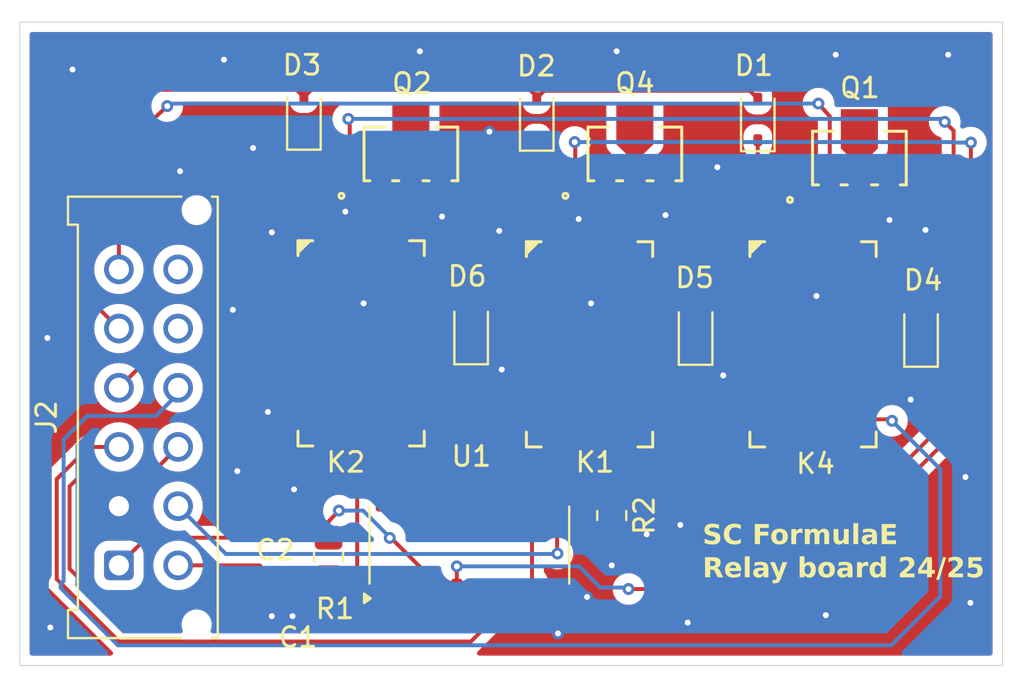
<source format=kicad_pcb>
(kicad_pcb (version 20240108) (generator "pcbnew") (generator_version "8.0")
  (layers (0 "F.Cu" signal) (31 "B.Cu" signal) (34 "B.Paste" user) (35 "F.Paste" user) (36 "B.SilkS" user "B.Silkscreen") (37 "F.SilkS" user "F.Silkscreen") (38 "B.Mask" user) (39 "F.Mask" user) (44 "Edge.Cuts" user))
  (net 0 "")
  (net 1 "BMS Fault")
  (net 2 "+12V")
  (net 3 "IMD Fault")
  (net 4 "Net-(D1-K)")
  (net 5 "Reset")
  (net 6 "Net-(D2-K)")
  (net 7 "Net-(D3-K)")
  (net 8 "GND")
  (net 9 "SDC 2")
  (net 10 "SDC 1")
  (net 11 "BSPD Fault")
  (net 12 "IMD_indicator")
  (net 13 "BMS_indicator")
  (net 14 "Net-(K1-Pad6)")
  (net 15 "Net-(K1-Pad5)")
  (net 16 "/Drain_IMD")
  (net 17 "/Drain_BMS")
  (net 18 "/Drain_BSPD")
  (net 21 "/BMS_relay_drive")
  (net 22 "/IMD_relay_drive")
  (footprint "VN3205N8-G:TO-243AA_MCH" (layer "F.Cu") (at 143.1465 87.7012)
    (property "Reference" "Q2" (at 0.0535 -3.5762 0) (layer "F.SilkS"))
    (property "Value" "VN3205N3-G")
    (fp_poly (pts (xy -0.24 1.2319) (xy -0.24 0.1905) (xy -0.9404 -0.4845) (xy -0.9404 -2.4765) (xy -0.4829 -2.4765) (xy 0.4829 -2.4765) (xy 0.9404 -2.4765) (xy 0.9404 -0.4845) (xy 0.24 0.1905) (xy 0.24 1.2319)) (fill solid) (layer "F.Cu"))
    (fp_line (start -2.3749 -1.3589) (end -2.3749 1.3589) (stroke (width 0.1524)) (layer "F.SilkS"))
    (fp_line (start -2.3749 1.3589) (end -2.07274 1.3589) (stroke (width 0.1524)) (layer "F.SilkS"))
    (fp_line (start -1.27314 -1.3589) (end -2.3749 -1.3589) (stroke (width 0.1524)) (layer "F.SilkS"))
    (fp_line (start -0.92726 1.3589) (end -0.61274 1.3589) (stroke (width 0.1524)) (layer "F.SilkS"))
    (fp_line (start 0.61274 1.3589) (end 0.927259 1.3589) (stroke (width 0.1524)) (layer "F.SilkS"))
    (fp_line (start 2.07274 1.3589) (end 2.3749 1.3589) (stroke (width 0.1524)) (layer "F.SilkS"))
    (fp_line (start 2.3749 -1.3589) (end 1.27314 -1.3589) (stroke (width 0.1524)) (layer "F.SilkS"))
    (fp_line (start 2.3749 1.3589) (end 2.3749 -1.3589) (stroke (width 0.1524)) (layer "F.SilkS"))
    (fp_circle (center -3.5179 2.1209) (end -3.3909 2.1209) (stroke (width 0.1524)) (fill none) (layer "F.SilkS"))
    (pad "1" smd rect (at -1.5 1.6225) (size 0.48 1.4032) (layers "F.Cu" "F.Paste" "F.Mask") (net 21 "/BMS_relay_drive"))
    (pad "2" smd rect (at 0 1.622501) (size 0.56 1.9) (layers "F.Cu" "F.Paste" "F.Mask") (net 17 "/Drain_BMS"))
    (pad "3" smd rect (at 1.5 1.622501) (size 0.48 1.4032) (layers "F.Cu" "F.Paste" "F.Mask") (net 8 "GND"))
  )
  (footprint "Diode_SMD:D_SOD-323" (layer "F.Cu") (at 146.2 96.75 90)
    (property "Reference" "D6" (at 2.85 -0.2 0) (layer "F.SilkS"))
    (property "Value" "1N4148WX-TP")
    (fp_line (start -1.61 -0.85) (end 1.05 -0.85) (stroke (width 0.12)) (layer "F.SilkS"))
    (fp_line (start -1.61 -0.85) (end -1.61 0.85) (stroke (width 0.12)) (layer "F.SilkS"))
    (fp_line (start -1.61 0.85) (end 1.05 0.85) (stroke (width 0.12)) (layer "F.SilkS"))
    (pad "1" smd roundrect (at -1.05 0 90) (size 0.6 0.45) (layers "F.Cu" "F.Paste" "F.Mask") (net 7 "Net-(D3-K)"))
    (pad "2" smd roundrect (at 1.05 0 90) (size 0.6 0.45) (layers "F.Cu" "F.Paste" "F.Mask") (net 17 "/Drain_BMS"))
  )
  (footprint "Diode_SMD:D_SOD-323" (layer "F.Cu") (at 149.525 85.925 90)
    (property "Reference" "D2" (at 2.675 -0.025 0) (layer "F.SilkS"))
    (property "Value" "1N4148WX-TP")
    (fp_line (start -1.61 -0.85) (end 1.05 -0.85) (stroke (width 0.12)) (layer "F.SilkS"))
    (fp_line (start -1.61 -0.85) (end -1.61 0.85) (stroke (width 0.12)) (layer "F.SilkS"))
    (fp_line (start -1.61 0.85) (end 1.05 0.85) (stroke (width 0.12)) (layer "F.SilkS"))
    (pad "1" smd roundrect (at -1.05 0 90) (size 0.6 0.45) (layers "F.Cu" "F.Paste" "F.Mask") (net 6 "Net-(D2-K)"))
    (pad "2" smd roundrect (at 1.05 0 90) (size 0.6 0.45) (layers "F.Cu" "F.Paste" "F.Mask") (net 5 "Reset"))
  )
  (footprint "Relay_SMD:Relay_DPDT_AXICOM_IMSeries_JLeg" (layer "F.Cu") (at 140.625 97.3)
    (property "Reference" "K2" (at -0.775 6.025 0) (layer "F.SilkS"))
    (property "Value" "1462043-4")
    (fp_line (start -3.2 -5.2) (end -3.2 -4.45) (stroke (width 0.15)) (layer "F.SilkS"))
    (fp_line (start -3.2 4.45) (end -3.2 5.2) (stroke (width 0.15)) (layer "F.SilkS"))
    (fp_line (start -3.2 5.2) (end -2.45 5.2) (stroke (width 0.15)) (layer "F.SilkS"))
    (fp_line (start -3.05 -5.2) (end -3.2 -5.05) (stroke (width 0.15)) (layer "F.SilkS"))
    (fp_line (start -2.9 -5.2) (end -3.2 -4.9) (stroke (width 0.15)) (layer "F.SilkS"))
    (fp_line (start -2.75 -5.2) (end -3.2 -4.75) (stroke (width 0.15)) (layer "F.SilkS"))
    (fp_line (start -2.6 -5.2) (end -3.2 -4.6) (stroke (width 0.15)) (layer "F.SilkS"))
    (fp_line (start -2.45 -5.2) (end -3.2 -5.2) (stroke (width 0.15)) (layer "F.SilkS"))
    (fp_line (start 2.45 -5.2) (end 3.2 -5.2) (stroke (width 0.15)) (layer "F.SilkS"))
    (fp_line (start 2.45 5.2) (end 3.2 5.2) (stroke (width 0.15)) (layer "F.SilkS"))
    (fp_line (start 3.2 -5.2) (end 3.2 -4.45) (stroke (width 0.15)) (layer "F.SilkS"))
    (fp_line (start 3.2 4.45) (end 3.2 5.2) (stroke (width 0.15)) (layer "F.SilkS"))
    (pad "1" smd rect (at -2.2 -3.8) (size 2 0.7) (layers "F.Cu" "F.Paste" "F.Mask") (net 7 "Net-(D3-K)"))
    (pad "2" smd rect (at -2.2 -0.6) (size 2 0.7) (layers "F.Cu" "F.Paste" "F.Mask"))
    (pad "3" smd rect (at -2.2 1.6) (size 2 0.7) (layers "F.Cu" "F.Paste" "F.Mask") (net 7 "Net-(D3-K)"))
    (pad "4" smd rect (at -2.2 3.8) (size 2 0.7) (layers "F.Cu" "F.Paste" "F.Mask") (net 2 "+12V"))
    (pad "5" smd rect (at 2.2 3.8) (size 2 0.7) (layers "F.Cu" "F.Paste" "F.Mask") (net 14 "Net-(K1-Pad6)"))
    (pad "6" smd rect (at 2.2 1.6) (size 2 0.7) (layers "F.Cu" "F.Paste" "F.Mask") (net 9 "SDC 2"))
    (pad "7" smd rect (at 2.2 -0.6) (size 2 0.7) (layers "F.Cu" "F.Paste" "F.Mask"))
    (pad "8" smd rect (at 2.2 -3.8) (size 2 0.7) (layers "F.Cu" "F.Paste" "F.Mask") (net 17 "/Drain_BMS"))
  )
  (footprint "VN3205N8-G:TO-243AA_MCH" (layer "F.Cu") (at 165.875 87.9091)
    (property "Reference" "Q1" (at 0.025 -3.5591 0) (layer "F.SilkS"))
    (property "Value" "VN3205N3-G")
    (fp_poly (pts (xy -0.24 1.2319) (xy -0.24 0.1905) (xy -0.9404 -0.4845) (xy -0.9404 -2.4765) (xy -0.4829 -2.4765) (xy 0.4829 -2.4765) (xy 0.9404 -2.4765) (xy 0.9404 -0.4845) (xy 0.24 0.1905) (xy 0.24 1.2319)) (fill solid) (layer "F.Cu"))
    (fp_line (start -2.3749 -1.3589) (end -2.3749 1.3589) (stroke (width 0.1524)) (layer "F.SilkS"))
    (fp_line (start -2.3749 1.3589) (end -2.07274 1.3589) (stroke (width 0.1524)) (layer "F.SilkS"))
    (fp_line (start -1.27314 -1.3589) (end -2.3749 -1.3589) (stroke (width 0.1524)) (layer "F.SilkS"))
    (fp_line (start -0.92726 1.3589) (end -0.61274 1.3589) (stroke (width 0.1524)) (layer "F.SilkS"))
    (fp_line (start 0.61274 1.3589) (end 0.927259 1.3589) (stroke (width 0.1524)) (layer "F.SilkS"))
    (fp_line (start 2.07274 1.3589) (end 2.3749 1.3589) (stroke (width 0.1524)) (layer "F.SilkS"))
    (fp_line (start 2.3749 -1.3589) (end 1.27314 -1.3589) (stroke (width 0.1524)) (layer "F.SilkS"))
    (fp_line (start 2.3749 1.3589) (end 2.3749 -1.3589) (stroke (width 0.1524)) (layer "F.SilkS"))
    (fp_circle (center -3.5179 2.1209) (end -3.3909 2.1209) (stroke (width 0.1524)) (fill none) (layer "F.SilkS"))
    (pad "1" smd rect (at -1.5 1.6225) (size 0.48 1.4032) (layers "F.Cu" "F.Paste" "F.Mask") (net 11 "BSPD Fault"))
    (pad "2" smd rect (at 0 1.622501) (size 0.56 1.9) (layers "F.Cu" "F.Paste" "F.Mask") (net 18 "/Drain_BSPD"))
    (pad "3" smd rect (at 1.5 1.622501) (size 0.48 1.4032) (layers "F.Cu" "F.Paste" "F.Mask") (net 8 "GND"))
  )
  (footprint "Diode_SMD:D_SOD-323" (layer "F.Cu") (at 160.725 85.95 90)
    (property "Reference" "D1" (at 2.725 -0.2 0) (layer "F.SilkS"))
    (property "Value" "1N4148WX-TP")
    (fp_line (start -1.61 -0.85) (end 1.05 -0.85) (stroke (width 0.12)) (layer "F.SilkS"))
    (fp_line (start -1.61 -0.85) (end -1.61 0.85) (stroke (width 0.12)) (layer "F.SilkS"))
    (fp_line (start -1.61 0.85) (end 1.05 0.85) (stroke (width 0.12)) (layer "F.SilkS"))
    (pad "1" smd roundrect (at -1.05 0 90) (size 0.6 0.45) (layers "F.Cu" "F.Paste" "F.Mask") (net 4 "Net-(D1-K)"))
    (pad "2" smd roundrect (at 1.05 0 90) (size 0.6 0.45) (layers "F.Cu" "F.Paste" "F.Mask") (net 5 "Reset"))
  )
  (footprint "VN3205N8-G:TO-243AA_MCH" (layer "F.Cu") (at 154.4965 87.7012)
    (property "Reference" "Q4" (at 0 -3.5762 0) (layer "F.SilkS"))
    (property "Value" "VN3205N3-G")
    (fp_poly (pts (xy -0.24 1.2319) (xy -0.24 0.1905) (xy -0.9404 -0.4845) (xy -0.9404 -2.4765) (xy -0.4829 -2.4765) (xy 0.4829 -2.4765) (xy 0.9404 -2.4765) (xy 0.9404 -0.4845) (xy 0.24 0.1905) (xy 0.24 1.2319)) (fill solid) (layer "F.Cu"))
    (fp_line (start -2.3749 -1.3589) (end -2.3749 1.3589) (stroke (width 0.1524)) (layer "F.SilkS"))
    (fp_line (start -2.3749 1.3589) (end -2.07274 1.3589) (stroke (width 0.1524)) (layer "F.SilkS"))
    (fp_line (start -1.27314 -1.3589) (end -2.3749 -1.3589) (stroke (width 0.1524)) (layer "F.SilkS"))
    (fp_line (start -0.92726 1.3589) (end -0.61274 1.3589) (stroke (width 0.1524)) (layer "F.SilkS"))
    (fp_line (start 0.61274 1.3589) (end 0.927259 1.3589) (stroke (width 0.1524)) (layer "F.SilkS"))
    (fp_line (start 2.07274 1.3589) (end 2.3749 1.3589) (stroke (width 0.1524)) (layer "F.SilkS"))
    (fp_line (start 2.3749 -1.3589) (end 1.27314 -1.3589) (stroke (width 0.1524)) (layer "F.SilkS"))
    (fp_line (start 2.3749 1.3589) (end 2.3749 -1.3589) (stroke (width 0.1524)) (layer "F.SilkS"))
    (fp_circle (center -3.5179 2.1209) (end -3.3909 2.1209) (stroke (width 0.1524)) (fill none) (layer "F.SilkS"))
    (pad "1" smd rect (at -1.5 1.6225) (size 0.48 1.4032) (layers "F.Cu" "F.Paste" "F.Mask") (net 22 "/IMD_relay_drive"))
    (pad "2" smd rect (at 0 1.622501) (size 0.56 1.9) (layers "F.Cu" "F.Paste" "F.Mask") (net 16 "/Drain_IMD"))
    (pad "3" smd rect (at 1.5 1.622501) (size 0.48 1.4032) (layers "F.Cu" "F.Paste" "F.Mask") (net 8 "GND"))
  )
  (footprint "Resistor_SMD:R_0805_2012Metric_Pad1.20x1.40mm_HandSolder" (layer "F.Cu") (at 153.325 106.025 -90)
    (property "Reference" "R2" (at 0 -1.65 90) (layer "F.SilkS"))
    (property "Value" "10k")
    (fp_line (start -0.227064 0.735) (end 0.227064 0.735) (stroke (width 0.12)) (layer "F.SilkS"))
    (fp_line (start -0.227064 -0.735) (end 0.227064 -0.735) (stroke (width 0.12)) (layer "F.SilkS"))
    (pad "1" smd roundrect (at -1 0 270) (size 1.2 1.4) (layers "F.Cu" "F.Paste" "F.Mask") (roundrect_rratio 0.208333) (net 1 "BMS Fault"))
    (pad "2" smd roundrect (at 1 0 270) (size 1.2 1.4) (layers "F.Cu" "F.Paste" "F.Mask") (roundrect_rratio 0.208333) (net 8 "GND"))
  )
  (footprint "Relay_SMD:Relay_DPDT_AXICOM_IMSeries_JLeg" (layer "F.Cu") (at 163.525 97.35)
    (property "Reference" "K4" (at 0.125 6.05 0) (layer "F.SilkS"))
    (property "Value" "1462043-4")
    (fp_line (start -3.2 -5.2) (end -3.2 -4.45) (stroke (width 0.15)) (layer "F.SilkS"))
    (fp_line (start -3.2 4.45) (end -3.2 5.2) (stroke (width 0.15)) (layer "F.SilkS"))
    (fp_line (start -3.2 5.2) (end -2.45 5.2) (stroke (width 0.15)) (layer "F.SilkS"))
    (fp_line (start -3.05 -5.2) (end -3.2 -5.05) (stroke (width 0.15)) (layer "F.SilkS"))
    (fp_line (start -2.9 -5.2) (end -3.2 -4.9) (stroke (width 0.15)) (layer "F.SilkS"))
    (fp_line (start -2.75 -5.2) (end -3.2 -4.75) (stroke (width 0.15)) (layer "F.SilkS"))
    (fp_line (start -2.6 -5.2) (end -3.2 -4.6) (stroke (width 0.15)) (layer "F.SilkS"))
    (fp_line (start -2.45 -5.2) (end -3.2 -5.2) (stroke (width 0.15)) (layer "F.SilkS"))
    (fp_line (start 2.45 -5.2) (end 3.2 -5.2) (stroke (width 0.15)) (layer "F.SilkS"))
    (fp_line (start 2.45 5.2) (end 3.2 5.2) (stroke (width 0.15)) (layer "F.SilkS"))
    (fp_line (start 3.2 -5.2) (end 3.2 -4.45) (stroke (width 0.15)) (layer "F.SilkS"))
    (fp_line (start 3.2 4.45) (end 3.2 5.2) (stroke (width 0.15)) (layer "F.SilkS"))
    (pad "1" smd rect (at -2.2 -3.8) (size 2 0.7) (layers "F.Cu" "F.Paste" "F.Mask") (net 4 "Net-(D1-K)"))
    (pad "2" smd rect (at -2.2 -0.6) (size 2 0.7) (layers "F.Cu" "F.Paste" "F.Mask"))
    (pad "3" smd rect (at -2.2 1.6) (size 2 0.7) (layers "F.Cu" "F.Paste" "F.Mask") (net 4 "Net-(D1-K)"))
    (pad "4" smd rect (at -2.2 3.8) (size 2 0.7) (layers "F.Cu" "F.Paste" "F.Mask") (net 2 "+12V"))
    (pad "5" smd rect (at 2.2 3.8) (size 2 0.7) (layers "F.Cu" "F.Paste" "F.Mask") (net 10 "SDC 1"))
    (pad "6" smd rect (at 2.2 1.6) (size 2 0.7) (layers "F.Cu" "F.Paste" "F.Mask") (net 15 "Net-(K1-Pad5)"))
    (pad "7" smd rect (at 2.2 -0.6) (size 2 0.7) (layers "F.Cu" "F.Paste" "F.Mask"))
    (pad "8" smd rect (at 2.2 -3.8) (size 2 0.7) (layers "F.Cu" "F.Paste" "F.Mask") (net 18 "/Drain_BSPD"))
  )
  (footprint "Package_SO:SO-16_3.9x9.9mm_P1.27mm" (layer "F.Cu") (at 146.11 107.525 90)
    (property "Reference" "U1" (at 4.5 0.1 0) (layer "F.SilkS"))
    (property "Value" "HEF4049B")
    (fp_line (start 0 -5.06) (end 1.95 -5.06) (stroke (width 0.12)) (layer "F.SilkS"))
    (fp_line (start 0 -5.06) (end -1.95 -5.06) (stroke (width 0.12)) (layer "F.SilkS"))
    (fp_line (start 0 5.06) (end 1.95 5.06) (stroke (width 0.12)) (layer "F.SilkS"))
    (fp_line (start 0 5.06) (end -1.95 5.06) (stroke (width 0.12)) (layer "F.SilkS"))
    (fp_poly (pts (xy -2.7 -5.005) (xy -2.94 -5.335) (xy -2.46 -5.335) (xy -2.7 -5.005)) (stroke (width 0.12)) (fill solid) (layer "F.SilkS"))
    (pad "1" smd roundrect (at -2.575 -4.445 90) (size 1.75 0.6) (layers "F.Cu" "F.Paste" "F.Mask") (net 2 "+12V"))
    (pad "2" smd roundrect (at -2.575 -3.175 90) (size 1.75 0.6) (layers "F.Cu" "F.Paste" "F.Mask") (net 12 "IMD_indicator"))
    (pad "3" smd roundrect (at -2.575 -1.905 90) (size 1.75 0.6) (layers "F.Cu" "F.Paste" "F.Mask") (net 3 "IMD Fault"))
    (pad "4" smd roundrect (at -2.575 -0.635 90) (size 1.75 0.6) (layers "F.Cu" "F.Paste" "F.Mask") (net 22 "/IMD_relay_drive"))
    (pad "5" smd roundrect (at -2.575 0.635 90) (size 1.75 0.6) (layers "F.Cu" "F.Paste" "F.Mask") (net 12 "IMD_indicator"))
    (pad "6" smd roundrect (at -2.575 1.905 90) (size 1.75 0.6) (layers "F.Cu" "F.Paste" "F.Mask") (net 13 "BMS_indicator"))
    (pad "7" smd roundrect (at -2.575 3.175 90) (size 1.75 0.6) (layers "F.Cu" "F.Paste" "F.Mask") (net 21 "/BMS_relay_drive"))
    (pad "8" smd roundrect (at -2.575 4.445 90) (size 1.75 0.6) (layers "F.Cu" "F.Paste" "F.Mask") (net 8 "GND"))
    (pad "9" smd roundrect (at 2.575 4.445 90) (size 1.75 0.6) (layers "F.Cu" "F.Paste" "F.Mask") (net 1 "BMS Fault"))
    (pad "10" smd roundrect (at 2.575 3.175 90) (size 1.75 0.6) (layers "F.Cu" "F.Paste" "F.Mask") (net 21 "/BMS_relay_drive"))
    (pad "11" smd roundrect (at 2.575 1.905 90) (size 1.75 0.6) (layers "F.Cu" "F.Paste" "F.Mask"))
    (pad "12" smd roundrect (at 2.575 0.635 90) (size 1.75 0.6) (layers "F.Cu" "F.Paste" "F.Mask"))
    (pad "13" smd roundrect (at 2.575 -0.635 90) (size 1.75 0.6) (layers "F.Cu" "F.Paste" "F.Mask"))
    (pad "14" smd roundrect (at 2.575 -1.905 90) (size 1.75 0.6) (layers "F.Cu" "F.Paste" "F.Mask"))
    (pad "15" smd roundrect (at 2.575 -3.175 90) (size 1.75 0.6) (layers "F.Cu" "F.Paste" "F.Mask"))
    (pad "16" smd roundrect (at 2.575 -4.445 90) (size 1.75 0.6) (layers "F.Cu" "F.Paste" "F.Mask"))
  )
  (footprint "Diode_SMD:D_SOD-323" (layer "F.Cu") (at 137.725 85.875 90)
    (property "Reference" "D3" (at 2.675 -0.1 0) (layer "F.SilkS"))
    (property "Value" "1N4148WX-TP")
    (fp_line (start -1.61 -0.85) (end 1.05 -0.85) (stroke (width 0.12)) (layer "F.SilkS"))
    (fp_line (start -1.61 -0.85) (end -1.61 0.85) (stroke (width 0.12)) (layer "F.SilkS"))
    (fp_line (start -1.61 0.85) (end 1.05 0.85) (stroke (width 0.12)) (layer "F.SilkS"))
    (pad "1" smd roundrect (at -1.05 0 90) (size 0.6 0.45) (layers "F.Cu" "F.Paste" "F.Mask") (net 7 "Net-(D3-K)"))
    (pad "2" smd roundrect (at 1.05 0 90) (size 0.6 0.45) (layers "F.Cu" "F.Paste" "F.Mask") (net 5 "Reset"))
  )
  (footprint "Diode_SMD:D_SOD-323" (layer "F.Cu") (at 169 96.875 90)
    (property "Reference" "D4" (at 2.775 0.1 0) (layer "F.SilkS"))
    (property "Value" "1N4148WX-TP")
    (fp_line (start -1.61 -0.85) (end 1.05 -0.85) (stroke (width 0.12)) (layer "F.SilkS"))
    (fp_line (start -1.61 -0.85) (end -1.61 0.85) (stroke (width 0.12)) (layer "F.SilkS"))
    (fp_line (start -1.61 0.85) (end 1.05 0.85) (stroke (width 0.12)) (layer "F.SilkS"))
    (pad "1" smd roundrect (at -1.05 0 90) (size 0.6 0.45) (layers "F.Cu" "F.Paste" "F.Mask") (net 4 "Net-(D1-K)"))
    (pad "2" smd roundrect (at 1.05 0 90) (size 0.6 0.45) (layers "F.Cu" "F.Paste" "F.Mask") (net 18 "/Drain_BSPD"))
  )
  (footprint "Capacitor_SMD:C_0201_0603Metric_Pad0.64x0.40mm_HandSolder" (layer "F.Cu") (at 136.125 109.6 -90)
    (property "Reference" "C2" (at -1.825 -0.15 180) (layer "F.SilkS"))
    (property "Value" ".1uF")
    (pad "1" smd roundrect (at -0.4075 0 270) (size 0.635 0.4) (layers "F.Cu" "F.Mask") (net 2 "+12V"))
    (pad "2" smd roundrect (at 0.4075 0 270) (size 0.635 0.4) (layers "F.Cu" "F.Mask") (net 8 "GND"))
  )
  (footprint "Connector_Molex:Molex_Micro-Fit_3.0_43045-1212_2x06_P3.00mm_Vertical" (layer "F.Cu") (at 128.35 108.55 90)
    (property "Reference" "J2" (at 7.5 -3.67 -90) (layer "F.SilkS"))
    (property "Value" "043045-1212")
    (fp_line (start 18.685 -2.58) (end 18.685 3.17) (stroke (width 0.12)) (layer "F.SilkS"))
    (fp_line (start 17.265 -2.58) (end 18.685 -2.58) (stroke (width 0.12)) (layer "F.SilkS"))
    (fp_line (start -2.265 -2.58) (end -2.265 -2.08) (stroke (width 0.12)) (layer "F.SilkS"))
    (fp_line (start -3.685 -2.58) (end -2.265 -2.58) (stroke (width 0.12)) (layer "F.SilkS"))
    (fp_line (start 17.265 -2.08) (end 17.265 -2.58) (stroke (width 0.12)) (layer "F.SilkS"))
    (fp_line (start -2.265 -2.08) (end 17.265 -2.08) (stroke (width 0.12)) (layer "F.SilkS"))
    (fp_line (start -3.685 3.17) (end -3.685 -2.58) (stroke (width 0.12)) (layer "F.SilkS"))
    (fp_line (start -3.685 4.71) (end -3.685 5.01) (stroke (width 0.12)) (layer "F.SilkS"))
    (fp_line (start 18.685 5.01) (end 18.685 4.71) (stroke (width 0.12)) (layer "F.SilkS"))
    (fp_line (start -3.685 5.01) (end 18.685 5.01) (stroke (width 0.12)) (layer "F.SilkS"))
    (pad "" np_thru_hole circle (at -3 3.94 90) (size 1.02 1.02) (drill 1.02) (layers "*.Cu" "*.Mask"))
    (pad "" np_thru_hole circle (at 18 3.94 90) (size 1.02 1.02) (drill 1.02) (layers "*.Cu" "*.Mask"))
    (pad "1" thru_hole roundrect (at 0 0 90) (size 1.5 1.5) (drill 1.02) (layers "*.Cu" "*.Mask") (roundrect_rratio 0.166667) (net 3 "IMD Fault"))
    (pad "2" thru_hole circle (at 3 0 90) (size 1.5 1.5) (drill 1.02) (layers "*.Cu" "*.Mask") (net 8 "GND"))
    (pad "3" thru_hole circle (at 6 0 90) (size 1.5 1.5) (drill 1.02) (layers "*.Cu" "*.Mask") (net 13 "BMS_indicator"))
    (pad "4" thru_hole circle (at 9 0 90) (size 1.5 1.5) (drill 1.02) (layers "*.Cu" "*.Mask") (net 9 "SDC 2"))
    (pad "5" thru_hole circle (at 12 0 90) (size 1.5 1.5) (drill 1.02) (layers "*.Cu" "*.Mask") (net 5 "Reset"))
    (pad "6" thru_hole circle (at 15 0 90) (size 1.5 1.5) (drill 1.02) (layers "*.Cu" "*.Mask") (net 11 "BSPD Fault"))
    (pad "7" thru_hole circle (at 0 3 90) (size 1.5 1.5) (drill 1.02) (layers "*.Cu" "*.Mask") (net 2 "+12V"))
    (pad "8" thru_hole circle (at 3 3 90) (size 1.5 1.5) (drill 1.02) (layers "*.Cu" "*.Mask") (net 1 "BMS Fault"))
    (pad "9" thru_hole circle (at 6 3 90) (size 1.5 1.5) (drill 1.02) (layers "*.Cu" "*.Mask") (net 12 "IMD_indicator"))
    (pad "10" thru_hole circle (at 9 3 90) (size 1.5 1.5) (drill 1.02) (layers "*.Cu" "*.Mask") (net 10 "SDC 1"))
    (pad "11" thru_hole circle (at 12 3 90) (size 1.5 1.5) (drill 1.02) (layers "*.Cu" "*.Mask"))
    (pad "12" thru_hole circle (at 15 3 90) (size 1.5 1.5) (drill 1.02) (layers "*.Cu" "*.Mask"))
  )
  (footprint "Diode_SMD:D_SOD-323" (layer "F.Cu") (at 157.575 96.775 90)
    (property "Reference" "D5" (at 2.8 -0.05 0) (layer "F.SilkS"))
    (property "Value" "1N4148WX-TP")
    (fp_line (start -1.61 -0.85) (end 1.05 -0.85) (stroke (width 0.12)) (layer "F.SilkS"))
    (fp_line (start -1.61 -0.85) (end -1.61 0.85) (stroke (width 0.12)) (layer "F.SilkS"))
    (fp_line (start -1.61 0.85) (end 1.05 0.85) (stroke (width 0.12)) (layer "F.SilkS"))
    (pad "1" smd roundrect (at -1.05 0 90) (size 0.6 0.45) (layers "F.Cu" "F.Paste" "F.Mask") (net 6 "Net-(D2-K)"))
    (pad "2" smd roundrect (at 1.05 0 90) (size 0.6 0.45) (layers "F.Cu" "F.Paste" "F.Mask") (net 16 "/Drain_IMD"))
  )
  (footprint "Capacitor_SMD:C_0201_0603Metric_Pad0.64x0.40mm_HandSolder" (layer "F.Cu") (at 137.075 109.6075 -90)
    (property "Reference" "C1" (at 2.5925 -0.35 180) (layer "F.SilkS"))
    (property "Value" "1uF")
    (pad "1" smd roundrect (at -0.4075 0 270) (size 0.635 0.4) (layers "F.Cu" "F.Mask") (net 2 "+12V"))
    (pad "2" smd roundrect (at 0.4075 0 270) (size 0.635 0.4) (layers "F.Cu" "F.Mask") (net 8 "GND"))
  )
  (footprint "Relay_SMD:Relay_DPDT_AXICOM_IMSeries_JLeg" (layer "F.Cu") (at 152.2 97.35)
    (property "Reference" "K1" (at 0.275 5.975 0) (layer "F.SilkS"))
    (property "Value" "1462043-4")
    (fp_line (start -3.2 -5.2) (end -3.2 -4.45) (stroke (width 0.15)) (layer "F.SilkS"))
    (fp_line (start -3.2 4.45) (end -3.2 5.2) (stroke (width 0.15)) (layer "F.SilkS"))
    (fp_line (start -3.2 5.2) (end -2.45 5.2) (stroke (width 0.15)) (layer "F.SilkS"))
    (fp_line (start -3.05 -5.2) (end -3.2 -5.05) (stroke (width 0.15)) (layer "F.SilkS"))
    (fp_line (start -2.9 -5.2) (end -3.2 -4.9) (stroke (width 0.15)) (layer "F.SilkS"))
    (fp_line (start -2.75 -5.2) (end -3.2 -4.75) (stroke (width 0.15)) (layer "F.SilkS"))
    (fp_line (start -2.6 -5.2) (end -3.2 -4.6) (stroke (width 0.15)) (layer "F.SilkS"))
    (fp_line (start -2.45 -5.2) (end -3.2 -5.2) (stroke (width 0.15)) (layer "F.SilkS"))
    (fp_line (start 2.45 -5.2) (end 3.2 -5.2) (stroke (width 0.15)) (layer "F.SilkS"))
    (fp_line (start 2.45 5.2) (end 3.2 5.2) (stroke (width 0.15)) (layer "F.SilkS"))
    (fp_line (start 3.2 -5.2) (end 3.2 -4.45) (stroke (width 0.15)) (layer "F.SilkS"))
    (fp_line (start 3.2 4.45) (end 3.2 5.2) (stroke (width 0.15)) (layer "F.SilkS"))
    (pad "1" smd rect (at -2.2 -3.8) (size 2 0.7) (layers "F.Cu" "F.Paste" "F.Mask") (net 6 "Net-(D2-K)"))
    (pad "2" smd rect (at -2.2 -0.6) (size 2 0.7) (layers "F.Cu" "F.Paste" "F.Mask"))
    (pad "3" smd rect (at -2.2 1.6) (size 2 0.7) (layers "F.Cu" "F.Paste" "F.Mask") (net 6 "Net-(D2-K)"))
    (pad "4" smd rect (at -2.2 3.8) (size 2 0.7) (layers "F.Cu" "F.Paste" "F.Mask") (net 2 "+12V"))
    (pad "5" smd rect (at 2.2 3.8) (size 2 0.7) (layers "F.Cu" "F.Paste" "F.Mask") (net 15 "Net-(K1-Pad5)"))
    (pad "6" smd rect (at 2.2 1.6) (size 2 0.7) (layers "F.Cu" "F.Paste" "F.Mask") (net 14 "Net-(K1-Pad6)"))
    (pad "7" smd rect (at 2.2 -0.6) (size 2 0.7) (layers "F.Cu" "F.Paste" "F.Mask"))
    (pad "8" smd rect (at 2.2 -3.8) (size 2 0.7) (layers "F.Cu" "F.Paste" "F.Mask") (net 16 "/Drain_IMD"))
  )
  (footprint "Resistor_SMD:R_0805_2012Metric_Pad1.20x1.40mm_HandSolder" (layer "F.Cu") (at 138.975 108.15 -90)
    (property "Reference" "R1" (at 2.6 -0.325 180) (layer "F.SilkS"))
    (property "Value" "10k")
    (fp_line (start -0.227064 0.735) (end 0.227064 0.735) (stroke (width 0.12)) (layer "F.SilkS"))
    (fp_line (start -0.227064 -0.735) (end 0.227064 -0.735) (stroke (width 0.12)) (layer "F.SilkS"))
    (pad "1" smd roundrect (at -1 0 270) (size 1.2 1.4) (layers "F.Cu" "F.Paste" "F.Mask") (roundrect_rratio 0.208333) (net 3 "IMD Fault"))
    (pad "2" smd roundrect (at 1 0 270) (size 1.2 1.4) (layers "F.Cu" "F.Paste" "F.Mask") (roundrect_rratio 0.208333) (net 2 "+12V"))
  )
  (gr_rect (start 123.325 81.025) (end 173.125 113.625) (stroke (width 0.05)) (fill none) (layer "Edge.Cuts"))
  (gr_text "SC FormulaE\nRelay board 24/25" (at 157.925 109.325 0) (layer "F.SilkS") (effects (font (size 1 1) (thickness 0.2) (bold yes)) (justify left bottom)))
  (segment (start 150.755 105.15) (end 150.555 104.95) (width 0.2) (layer "F.Cu") (net 1))
  (segment (start 153.325 105.025) (end 151.2775 105.025) (width 0.2) (layer "F.Cu") (net 1))
  (segment (start 150.555 104.95) (end 150.555 107.93) (width 0.2) (layer "F.Cu") (net 1))
  (segment (start 150.555 107.93) (end 150.575 107.95) (width 0.2) (layer "F.Cu") (net 1))
  (segment (start 151.2775 105.025) (end 151.2025 104.95) (width 0.2) (layer "F.Cu") (net 1))
  (segment (start 151.2025 104.95) (end 150.555 104.95) (width 0.2) (layer "F.Cu") (net 1))
  (via (at 150.575 107.95) (size 0.6) (drill 0.3) (layers "F.Cu" "B.Cu") (net 1))
  (segment (start 131.35 105.55) (end 133.775 107.975) (width 0.2) (layer "B.Cu") (net 1))
  (segment (start 150.525 107.975) (end 150.5 107.975) (width 0.2) (layer "B.Cu") (net 1))
  (segment (start 150.575 107.95) (end 150.525 107.975) (width 0.2) (layer "B.Cu") (net 1))
  (segment (start 150.475 107.975) (end 150.575 107.95) (width 0.2) (layer "B.Cu") (net 1))
  (segment (start 133.775 107.975) (end 150.475 107.975) (width 0.2) (layer "B.Cu") (net 1))
  (segment (start 149.95 101.15) (end 148 103.1) (width 0.2) (layer "F.Cu") (net 2))
  (segment (start 161.325 101.15) (end 159.275 103.2) (width 0.2) (layer "F.Cu") (net 2))
  (segment (start 136.1325 109.2) (end 136.125 109.1925) (width 0.2) (layer "F.Cu") (net 2))
  (segment (start 140.425 109.15) (end 140.715 109.15) (width 0.2) (layer "F.Cu") (net 2))
  (segment (start 138.975 109.15) (end 140.425 109.15) (width 0.2) (layer "F.Cu") (net 2))
  (segment (start 131.35 108.55) (end 135.4825 108.55) (width 0.2) (layer "F.Cu") (net 2))
  (segment (start 140.715 109.15) (end 141.665 110.1) (width 0.2) (layer "F.Cu") (net 2))
  (segment (start 140.425 109.15) (end 140.425 103.1) (width 0.2) (layer "F.Cu") (net 2))
  (segment (start 159.275 103.2) (end 152.05 103.2) (width 0.2) (layer "F.Cu") (net 2))
  (segment (start 148 103.1) (end 140.425 103.1) (width 0.2) (layer "F.Cu") (net 2))
  (segment (start 137.075 109.2) (end 136.1325 109.2) (width 0.2) (layer "F.Cu") (net 2))
  (segment (start 140.425 103.1) (end 138.425 101.1) (width 0.2) (layer "F.Cu") (net 2))
  (segment (start 138.925 109.2) (end 138.975 109.15) (width 0.2) (layer "F.Cu") (net 2))
  (segment (start 135.4825 108.55) (end 136.125 109.1925) (width 0.2) (layer "F.Cu") (net 2))
  (segment (start 137.075 109.2) (end 138.925 109.2) (width 0.2) (layer "F.Cu") (net 2))
  (segment (start 152.05 103.2) (end 150 101.15) (width 0.2) (layer "F.Cu") (net 2))
  (segment (start 150 101.15) (end 149.95 101.15) (width 0.2) (layer "F.Cu") (net 2))
  (segment (start 144.205 109.225001) (end 144.205 110.1) (width 0.2) (layer "F.Cu") (net 3))
  (segment (start 129.75 107.15) (end 138.975 107.15) (width 0.2) (layer "F.Cu") (net 3))
  (segment (start 138.975 106.325) (end 139.5 105.775) (width 0.2) (layer "F.Cu") (net 3))
  (segment (start 142.075 107.159211) (end 142.13921 107.159211) (width 0.2) (layer "F.Cu") (net 3))
  (segment (start 138.975 107.15) (end 138.975 106.325) (width 0.2) (layer "F.Cu") (net 3))
  (segment (start 128.35 108.55) (end 129.75 107.15) (width 0.2) (layer "F.Cu") (net 3))
  (segment (start 142.13921 107.159211) (end 144.205 109.225001) (width 0.2) (layer "F.Cu") (net 3))
  (via (at 142.075 107.159211) (size 0.6) (drill 0.3) (layers "F.Cu" "B.Cu") (net 3))
  (via (at 139.5 105.775) (size 0.6) (drill 0.3) (layers "F.Cu" "B.Cu") (net 3))
  (segment (start 142.075 107.159211) (end 142.075 107.125) (width 0.2) (layer "B.Cu") (net 3))
  (segment (start 142.075 107.125) (end 140.725 105.775) (width 0.2) (layer "B.Cu") (net 3))
  (segment (start 140.725 105.775) (end 139.5 105.775) (width 0.2) (layer "B.Cu") (net 3))
  (segment (start 160.725 90.575) (end 161.375 91.225) (width 0.2) (layer "F.Cu") (net 4))
  (segment (start 161.375 93.75) (end 159.675 95.45) (width 0.2) (layer "F.Cu") (net 4))
  (segment (start 162.6 97.925) (end 169 97.925) (width 0.2) (layer "F.Cu") (net 4))
  (segment (start 160.725 87) (end 160.725 90.575) (width 0.2) (layer "F.Cu") (net 4))
  (segment (start 159.675 97.55) (end 161.325 99.2) (width 0.2) (layer "F.Cu") (net 4))
  (segment (start 159.675 95.45) (end 159.675 97.55) (width 0.2) (layer "F.Cu") (net 4))
  (segment (start 161.375 91.225) (end 161.375 93.75) (width 0.2) (layer "F.Cu") (net 4))
  (segment (start 161.325 99.2) (end 162.6 97.925) (width 0.2) (layer "F.Cu") (net 4))
  (segment (start 149.525 84.875) (end 149.525 84.8) (width 0.2) (layer "F.Cu") (net 5))
  (segment (start 149.9 84.5) (end 160.325 84.5) (width 0.2) (layer "F.Cu") (net 5))
  (segment (start 138.1 84.45) (end 149.175 84.45) (width 0.2) (layer "F.Cu") (net 5))
  (segment (start 137.35 84.45) (end 137.725 84.825) (width 0.2) (layer "F.Cu") (net 5))
  (segment (start 149.525 84.875) (end 149.9 84.5) (width 0.2) (layer "F.Cu") (net 5))
  (segment (start 128.35 96.55) (end 125.425 93.625) (width 0.2) (layer "F.Cu") (net 5))
  (segment (start 160.325 84.5) (end 160.725 84.9) (width 0.2) (layer "F.Cu") (net 5))
  (segment (start 130.075 84.45) (end 137.35 84.45) (width 0.2) (layer "F.Cu") (net 5))
  (segment (start 149.525 84.8) (end 149.175 84.45) (width 0.2) (layer "F.Cu") (net 5))
  (segment (start 137.725 84.825) (end 138.1 84.45) (width 0.2) (layer "F.Cu") (net 5))
  (segment (start 125.425 93.625) (end 125.425 89.1) (width 0.2) (layer "F.Cu") (net 5))
  (segment (start 125.425 89.1) (end 130.075 84.45) (width 0.2) (layer "F.Cu") (net 5))
  (segment (start 151.125 97.825) (end 150 98.95) (width 0.2) (layer "F.Cu") (net 6))
  (segment (start 149.525 90.725) (end 150 91.2) (width 0.2) (layer "F.Cu") (net 6))
  (segment (start 149.525 86.975) (end 149.525 90.725) (width 0.2) (layer "F.Cu") (net 6))
  (segment (start 148.3 95.25) (end 150 93.55) (width 0.2) (layer "F.Cu") (net 6))
  (segment (start 150 98.95) (end 148.3 97.25) (width 0.2) (layer "F.Cu") (net 6))
  (segment (start 157.575 97.825) (end 151.125 97.825) (width 0.2) (layer "F.Cu") (net 6))
  (segment (start 148.3 97.25) (end 148.3 95.25) (width 0.2) (layer "F.Cu") (net 6))
  (segment (start 150 91.2) (end 150 93.55) (width 0.2) (layer "F.Cu") (net 6))
  (segment (start 138.425 98.9) (end 136.75 97.225) (width 0.2) (layer "F.Cu") (net 7))
  (segment (start 137.725 86.925) (end 137.725 90.625) (width 0.2) (layer "F.Cu") (net 7))
  (segment (start 139.525 97.8) (end 138.425 98.9) (width 0.2) (layer "F.Cu") (net 7))
  (segment (start 136.75 95.175) (end 138.425 93.5) (width 0.2) (layer "F.Cu") (net 7))
  (segment (start 136.75 97.225) (end 136.75 95.175) (width 0.2) (layer "F.Cu") (net 7))
  (segment (start 146.2 97.8) (end 139.525 97.8) (width 0.2) (layer "F.Cu") (net 7))
  (segment (start 137.725 90.625) (end 138.425 91.325) (width 0.2) (layer "F.Cu") (net 7))
  (segment (start 138.425 91.325) (end 138.425 93.5) (width 0.2) (layer "F.Cu") (net 7))
  (segment (start 137.075 110.015) (end 137.075 111.05) (width 0.2) (layer "F.Cu") (net 8))
  (segment (start 167.4 91.05) (end 167.35 90.875) (width 0.2) (layer "F.Cu") (net 8))
  (segment (start 155.0725 107.025) (end 155.0225 107.025) (width 0.2) (layer "F.Cu") (net 8))
  (segment (start 153.325 107.025) (end 153.325 108.5525) (width 0.2) (layer "F.Cu") (net 8))
  (segment (start 167.375 90.85) (end 167.4 91.05) (width 0.2) (layer "F.Cu") (net 8))
  (segment (start 150.555 111.945) (end 150.6 111.9) (width 0.2) (layer "F.Cu") (net 8))
  (segment (start 150.6 112) (end 150.5 112) (width 0.2) (layer "F.Cu") (net 8))
  (segment (start 150.555 110.1) (end 151.95 110.1) (width 0.2) (layer "F.Cu") (net 8))
  (segment (start 155.0975 106.975) (end 155.0725 107.025) (width 0.2) (layer "F.Cu") (net 8))
  (segment (start 156 90.55) (end 156.05 90.8) (width 0.2) (layer "F.Cu") (net 8))
  (segment (start 150.6 111.9) (end 150.6 112) (width 0.2) (layer "F.Cu") (net 8))
  (segment (start 136.125 110.0075) (end 137.0675 110.0075) (width 0.2) (layer "F.Cu") (net 8))
  (segment (start 153.2 108.6775) (end 153.325 108.5525) (width 0.2) (layer "F.Cu") (net 8))
  (segment (start 156.05 90.8) (end 156.05 90.6) (width 0.2) (layer "F.Cu") (net 8))
  (segment (start 144.6465 90.5715) (end 144.725 90.875) (width 0.2) (layer "F.Cu") (net 8))
  (segment (start 153.325 107.025) (end 154.9725 107.025) (width 0.2) (layer "F.Cu") (net 8))
  (segment (start 154.9725 107.025) (end 155.0975 106.975) (width 0.2) (layer "F.Cu") (net 8))
  (segment (start 136.125 111.1) (end 136.1 111.125) (width 0.2) (layer "F.Cu") (net 8))
  (segment (start 150.555 110.1) (end 150.555 111.945) (width 0.2) (layer "F.Cu") (net 8))
  (segment (start 144.6465 89.323701) (end 144.6465 90.5715) (width 0.2) (layer "F.Cu") (net 8))
  (segment (start 150.5 112) (end 150.55 111.95) (width 0.2) (layer "F.Cu") (net 8))
  (segment (start 155.9965 89.323701) (end 155.9965 90.5465) (width 0.2) (layer "F.Cu") (net 8))
  (segment (start 152.075 110.15) (end 152.075 110.225) (width 0.2) (layer "F.Cu") (net 8))
  (segment (start 137.075 111.05) (end 137.15 111.125) (width 0.2) (layer "F.Cu") (net 8))
  (segment (start 137.0675 110.0075) (end 137.075 110.015) (width 0.2) (layer "F.Cu") (net 8))
  (segment (start 151.95 110.1) (end 152 110.15) (width 0.2) (layer "F.Cu") (net 8))
  (segment (start 156.05 90.8) (end 155.9965 90.5465) (width 0.2) (layer "F.Cu") (net 8))
  (segment (start 167.375 89.531601) (end 167.375 90.85) (width 0.2) (layer "F.Cu") (net 8))
  (segment (start 152.075 110.225) (end 151.975 110.125) (width 0.2) (layer "F.Cu") (net 8))
  (segment (start 136.125 110.0075) (end 136.125 111.1) (width 0.2) (layer "F.Cu") (net 8))
  (segment (start 156.05 90.6) (end 156 90.55) (width 0.2) (layer "F.Cu") (net 8))
  (segment (start 144.725 90.875) (end 144.725 90.65) (width 0.2) (layer "F.Cu") (net 8))
  (segment (start 152 110.15) (end 152.075 110.15) (width 0.2) (layer "F.Cu") (net 8))
  (via (at 144.725 90.875) (size 0.6) (drill 0.3) (layers "F.Cu" "B.Cu") (net 8))
  (via (at 150.6 112) (size 0.6) (drill 0.3) (layers "F.Cu" "B.Cu") (net 8))
  (via (at 151.65 91) (size 0.6) (drill 0.3) (layers "F.Cu" "B.Cu") (net 8))
  (via (at 156.05 90.8) (size 0.6) (drill 0.3) (layers "F.Cu" "B.Cu") (net 8))
  (via (at 137.15 111.125) (size 0.6) (drill 0.3) (layers "F.Cu" "B.Cu") (net 8))
  (via (at 152.075 110.15) (size 0.6) (drill 0.3) (layers "F.Cu" "B.Cu") (net 8))
  (via (at 147.625 91.6) (size 0.6) (drill 0.3) (layers "F.Cu" "B.Cu") (net 8))
  (via (at 163.7 94.9) (size 0.6) (drill 0.3) (layers "F.Cu" "B.Cu") (net 8))
  (via (at 133.675 82.925) (size 0.6) (drill 0.3) (layers "F.Cu" "B.Cu") (net 8))
  (via (at 169.225 91.55) (size 0.6) (drill 0.3) (layers "F.Cu" "B.Cu") (net 8))
  (via (at 139.825 90.625) (size 0.6) (drill 0.3) (layers "F.Cu" "B.Cu") (net 8))
  (via (at 171.25 104.075) (size 0.6) (drill 0.3) (layers "F.Cu" "B.Cu") (net 8))
  (via (at 140.75 95.275) (size 0.6) (drill 0.3) (layers "F.Cu" "B.Cu") (net 8))
  (via (at 171.5 110.45) (size 0.6) (drill 0.3) (layers "F.Cu" "B.Cu") (net 8))
  (via (at 134.125 95.6) (size 0.6) (drill 0.3) (layers "F.Cu" "B.Cu") (net 8))
  (via (at 137.225 104.7) (size 0.6) (drill 0.3) (layers "F.Cu" "B.Cu") (net 8))
  (via (at 135.15 87.4) (size 0.6) (drill 0.3) (layers "F.Cu" "B.Cu") (net 8))
  (via (at 157.175 111.45) (size 0.6) (drill 0.3) (layers "F.Cu" "B.Cu") (net 8))
  (via (at 136.1 91.675) (size 0.6) (drill 0.3) (layers "F.Cu" "B.Cu") (net 8))
  (via (at 164.175 111.075) (size 0.6) (drill 0.3) (layers "F.Cu" "B.Cu") (net 8))
  (via (at 134.35 103.775) (size 0.6) (drill 0.3) (layers "F.Cu" "B.Cu") (net 8))
  (via (at 124.875 111.7) (size 0.6) (drill 0.3) (layers "F.Cu" "B.Cu") (net 8))
  (via (at 135.9 100.775) (size 0.6) (drill 0.3) (layers "F.Cu" "B.Cu") (net 8))
  (via (at 126 83.425) (size 0.6) (drill 0.3) (layers "F.Cu" "B.Cu") (net 8))
  (via (at 167.4 91.05) (size 0.6) (drill 0.3) (layers "F.Cu" "B.Cu") (net 8))
  (via (at 170.375 82.675) (size 0.6) (drill 0.3) (layers "F.Cu" "B.Cu") (net 8))
  (via (at 156.8 106.5) (size 0.6) (drill 0.3) (layers "F.Cu" "B.Cu") (net 8))
  (via (at 155.0975 106.975) (size 0.6) (drill 0.3) (layers "F.Cu" "B.Cu") (net 8))
  (via (at 152.275 95.275) (size 0.6) (drill 0.3) (layers "F.Cu" "B.Cu") (net 8))
  (via (at 147.75 98.625) (size 0.6) (drill 0.3) (layers "F.Cu" "B.Cu") (net 8))
  (via (at 124.725 97.025) (size 0.6) (drill 0.3) (layers "F.Cu" "B.Cu") (net 8))
  (via (at 153.575 82.5) (size 0.6) (drill 0.3) (layers "F.Cu" "B.Cu") (net 8))
  (via (at 147.125 86.575) (size 0.6) (drill 0.3) (layers "F.Cu" "B.Cu") (net 8))
  (via (at 158.975 98.925) (size 0.6) (drill 0.3) (layers "F.Cu" "B.Cu") (net 8))
  (via (at 131.45 88.575) (size 0.6) (drill 0.3) (layers "F.Cu" "B.Cu") (net 8))
  (via (at 168.475 100.15) (size 0.6) (drill 0.3) (layers "F.Cu" "B.Cu") (net 8))
  (via (at 143.6 82.5) (size 0.6) (drill 0.3) (layers "F.Cu" "B.Cu") (net 8))
  (via (at 158.675 88.375) (size 0.6) (drill 0.3) (layers "F.Cu" "B.Cu") (net 8))
  (via (at 164.675 82.675) (size 0.6) (drill 0.3) (layers "F.Cu" "B.Cu") (net 8))
  (via (at 136.1 111.125) (size 0.6) (drill 0.3) (layers "F.Cu" "B.Cu") (net 8))
  (via (at 153.325 108.5525) (size 0.6) (drill 0.3) (layers "F.Cu" "B.Cu") (net 8))
  (segment (start 142.1 99.625) (end 137.15 99.625) (width 0.2) (layer "F.Cu") (net 9))
  (segment (start 129.85 98.05) (end 128.35 99.55) (width 0.2) (layer "F.Cu") (net 9))
  (segment (start 137.15 99.625) (end 135.575 98.05) (width 0.2) (layer "F.Cu") (net 9))
  (segment (start 142.825 98.9) (end 142.1 99.625) (width 0.2) (layer "F.Cu") (net 9))
  (segment (start 135.575 98.05) (end 129.85 98.05) (width 0.2) (layer "F.Cu") (net 9))
  (segment (start 167.475 101.225) (end 167.525 101.225) (width 0.2) (layer "F.Cu") (net 10))
  (segment (start 167.525 101.225) (end 167.525 101.275) (width 0.2) (layer "F.Cu") (net 10))
  (segment (start 167.4 101.15) (end 167.475 101.225) (width 0.2) (layer "F.Cu") (net 10))
  (segment (start 165.725 101.15) (end 167.4 101.15) (width 0.2) (layer "F.Cu") (net 10))
  (segment (start 167.525 101.275) (end 167.425 101.175) (width 0.2) (layer "F.Cu") (net 10))
  (via (at 167.525 101.225) (size 0.6) (drill 0.3) (layers "F.Cu" "B.Cu") (net 10))
  (segment (start 125.4 109.7) (end 125.4 109.5) (width 0.2) (layer "B.Cu") (net 10))
  (segment (start 125.55 109.35) (end 125.55 102.175) (width 0.2) (layer "B.Cu") (net 10))
  (segment (start 169.975 110.125) (end 167.5 112.6) (width 0.2) (layer "B.Cu") (net 10))
  (segment (start 126.75 100.975) (end 130.225 100.975) (width 0.2) (layer "B.Cu") (net 10))
  (segment (start 167.525 101.225) (end 169.975 103.675) (width 0.2) (layer "B.Cu") (net 10))
  (segment (start 130.225 100.975) (end 131.35 99.85) (width 0.2) (layer "B.Cu") (net 10))
  (segment (start 128.3 112.6) (end 125.4 109.7) (width 0.2) (layer "B.Cu") (net 10))
  (segment (start 131.35 99.85) (end 131.35 99.55) (width 0.2) (layer "B.Cu") (net 10))
  (segment (start 169.975 103.675) (end 169.975 110.125) (width 0.2) (layer "B.Cu") (net 10))
  (segment (start 167.5 112.6) (end 128.3 112.6) (width 0.2) (layer "B.Cu") (net 10))
  (segment (start 125.55 102.175) (end 126.75 100.975) (width 0.2) (layer "B.Cu") (net 10))
  (segment (start 125.4 109.5) (end 125.55 109.35) (width 0.2) (layer "B.Cu") (net 10))
  (segment (start 128.35 93.55) (end 128.35 87.575) (width 0.2) (layer "F.Cu") (net 11))
  (segment (start 164.375 89.5316) (end 164.375 85.8) (width 0.2) (layer "F.Cu") (net 11))
  (segment (start 128.35 87.575) (end 130.8 85.275) (width 0.2) (layer "F.Cu") (net 11))
  (segment (start 164.375 85.8) (end 163.8 85.15) (width 0.2) (layer "F.Cu") (net 11))
  (via (at 130.8 85.275) (size 0.6) (drill 0.3) (layers "F.Cu" "B.Cu") (net 11))
  (via (at 163.8 85.15) (size 0.6) (drill 0.3) (layers "F.Cu" "B.Cu") (net 11))
  (segment (start 130.925 85.15) (end 130.8 85.275) (width 0.2) (layer "B.Cu") (net 11))
  (segment (start 163.8 85.15) (end 130.925 85.15) (width 0.2) (layer "B.Cu") (net 11))
  (segment (start 143.55 111.75) (end 146.185 111.75) (width 0.2) (layer "F.Cu") (net 12))
  (segment (start 125.85 108.725) (end 125.85 104.55) (width 0.2) (layer "F.Cu") (net 12))
  (segment (start 126.3 104.1) (end 129.8 104.1) (width 0.2) (layer "F.Cu") (net 12))
  (segment (start 146.185 111.75) (end 146.745 111.19) (width 0.2) (layer "F.Cu") (net 12))
  (segment (start 127.65 110.525) (end 125.85 108.725) (width 0.2) (layer "F.Cu") (net 12))
  (segment (start 142.935 110.1) (end 142.935 111.135) (width 0.2) (layer "F.Cu") (net 12))
  (segment (start 142.935 111.135) (end 143.55 111.75) (width 0.2) (layer "F.Cu") (net 12))
  (segment (start 132.975 110.525) (end 127.65 110.525) (width 0.2) (layer "F.Cu") (net 12))
  (segment (start 142.935 111.065) (end 142.175 111.825) (width 0.2) (layer "F.Cu") (net 12))
  (segment (start 125.85 104.55) (end 126.3 104.1) (width 0.2) (layer "F.Cu") (net 12))
  (segment (start 146.745 111.19) (end 146.745 110.1) (width 0.2) (layer "F.Cu") (net 12))
  (segment (start 129.8 104.1) (end 131.35 102.55) (width 0.2) (layer "F.Cu") (net 12))
  (segment (start 142.935 110.1) (end 142.935 111.065) (width 0.2) (layer "F.Cu") (net 12))
  (segment (start 134.275 111.825) (end 132.975 110.525) (width 0.2) (layer "F.Cu") (net 12))
  (segment (start 142.175 111.825) (end 134.275 111.825) (width 0.2) (layer "F.Cu") (net 12))
  (segment (start 125.2 104.175) (end 125.2 109.25) (width 0.2) (layer "F.Cu") (net 13))
  (segment (start 128.35 102.55) (end 126.825 102.55) (width 0.2) (layer "F.Cu") (net 13))
  (segment (start 126.825 102.55) (end 125.2 104.175) (width 0.2) (layer "F.Cu") (net 13))
  (segment (start 148.015 110.585) (end 148.015 110.1) (width 0.2) (layer "F.Cu") (net 13))
  (segment (start 146.19 112.41) (end 148.015 110.585) (width 0.2) (layer "F.Cu") (net 13))
  (segment (start 128.36 112.41) (end 146.19 112.41) (width 0.2) (layer "F.Cu") (net 13))
  (segment (start 125.2 109.25) (end 128.36 112.41) (width 0.2) (layer "F.Cu") (net 13))
  (segment (start 153.4 99.95) (end 143.975 99.95) (width 0.2) (layer "F.Cu") (net 14))
  (segment (start 143.975 99.95) (end 142.825 101.1) (width 0.2) (layer "F.Cu") (net 14))
  (segment (start 154.4 98.95) (end 153.4 99.95) (width 0.2) (layer "F.Cu") (net 14))
  (segment (start 157.075 100.2) (end 156.125 101.15) (width 0.2) (layer "F.Cu") (net 15))
  (segment (start 164.475 100.2) (end 157.075 100.2) (width 0.2) (layer "F.Cu") (net 15))
  (segment (start 156.125 101.15) (end 154.4 101.15) (width 0.2) (layer "F.Cu") (net 15))
  (segment (start 165.725 98.95) (end 164.475 100.2) (width 0.2) (layer "F.Cu") (net 15))
  (segment (start 154.5 89.647501) (end 154.5 93.45) (width 0.2) (layer "F.Cu") (net 16))
  (segment (start 154.4 93.55) (end 156.575 95.725) (width 0.2) (layer "F.Cu") (net 16))
  (segment (start 154.5 93.45) (end 154.4 93.55) (width 0.2) (layer "F.Cu") (net 16))
  (segment (start 156.575 95.725) (end 157.575 95.725) (width 0.2) (layer "F.Cu") (net 16))
  (segment (start 143.175 89.544101) (end 143.175 93.15) (width 0.2) (layer "F.Cu") (net 17))
  (segment (start 145.025 95.7) (end 142.825 93.5) (width 0.2) (layer "F.Cu") (net 17))
  (segment (start 143.175 93.15) (end 142.825 93.5) (width 0.2) (layer "F.Cu") (net 17))
  (segment (start 146.2 95.7) (end 145.025 95.7) (width 0.2) (layer "F.Cu") (net 17))
  (segment (start 167.75 95.825) (end 165.725 93.8) (width 0.2) (layer "F.Cu") (net 18))
  (segment (start 165.875 93.55) (end 165.725 93.7) (width 0.2) (layer "F.Cu") (net 18))
  (segment (start 165.875 89.531601) (end 165.875 93.55) (width 0.2) (layer "F.Cu") (net 18))
  (segment (start 169 95.825) (end 167.75 95.825) (width 0.2) (layer "F.Cu") (net 18))
  (segment (start 149.285 104.64) (end 149.285 104.95) (width 0.2) (layer "F.Cu") (net 21))
  (segment (start 170.2 86.075) (end 170.65 86.525) (width 0.2) (layer "F.Cu") (net 21))
  (segment (start 167.775 103.75) (end 150.175 103.75) (width 0.2) (layer "F.Cu") (net 21))
  (segment (start 170.65 100.875) (end 167.775 103.75) (width 0.2) (layer "F.Cu") (net 21))
  (segment (start 170.65 86.525) (end 170.65 100.875) (width 0.2) (layer "F.Cu") (net 21))
  (segment (start 139.975 85.925) (end 140.05 86) (width 0.2) (layer "F.Cu") (net 21))
  (segment (start 150.175 103.75) (end 149.285 104.64) (width 0.2) (layer "F.Cu") (net 21))
  (segment (start 140.05 86) (end 140.05 88.2) (width 0.2) (layer "F.Cu") (net 21))
  (segment (start 149.285 110.1) (end 149.285 104.95) (width 0.2) (layer "F.Cu") (net 21))
  (segment (start 141.1737 89.3237) (end 141.6465 89.3237) (width 0.2) (layer "F.Cu") (net 21))
  (segment (start 140.05 88.2) (end 141.1737 89.3237) (width 0.2) (layer "F.Cu") (net 21))
  (via (at 139.975 85.925) (size 0.6) (drill 0.3) (layers "F.Cu" "B.Cu") (net 21))
  (via (at 170.2 86.075) (size 0.6) (drill 0.3) (layers "F.Cu" "B.Cu") (net 21))
  (segment (start 170.05 85.925) (end 139.975 85.925) (width 0.2) (layer "B.Cu") (net 21))
  (segment (start 170.2 86.075) (end 170.05 85.925) (width 0.2) (layer "B.Cu") (net 21))
  (segment (start 170.2 86.075) (end 170.275 86) (width 0.2) (layer "B.Cu") (net 21))
  (segment (start 152.9965 89.3237) (end 152.5737 89.3237) (width 0.2) (layer "F.Cu") (net 22))
  (segment (start 156.1 108.775) (end 155.125 109.75) (width 0.2) (layer "F.Cu") (net 22))
  (segment (start 145.475 108.725) (end 145.475 108.725) (width 0.2) (layer "F.Cu") (net 22))
  (segment (start 171.525 100.975) (end 167.9 104.6) (width 0.2) (layer "F.Cu") (net 22))
  (segment (start 151.45 87.1) (end 151.475 87.075) (width 0.2) (layer "F.Cu") (net 22))
  (segment (start 152.5737 89.3237) (end 151.475 88.225) (width 0.2) (layer "F.Cu") (net 22))
  (segment (start 145.475 108.6) (end 145.6 108.6) (width 0.2) (layer "F.Cu") (net 22))
  (segment (start 155.125 109.75) (end 154.175 109.75) (width 0.2) (layer "F.Cu") (net 22))
  (segment (start 151.475 87.05) (end 151.5 87.025) (width 0.2) (layer "F.Cu") (net 22))
  (segment (start 151.475 88.225) (end 151.475 87.125) (width 0.2) (layer "F.Cu") (net 22))
  (segment (start 171.525 87.125) (end 171.525 100.975) (width 0.2) (layer "F.Cu") (net 22))
  (segment (start 145.475 110.1) (end 145.475 108.725) (width 0.2) (layer "F.Cu") (net 22))
  (segment (start 145.6 108.6) (end 145.5 108.7) (width 0.2) (layer "F.Cu") (net 22))
  (segment (start 151.475 87.125) (end 151.45 87.1) (width 0.2) (layer "F.Cu") (net 22))
  (segment (start 145.475 108.725) (end 145.475 108.6) (width 0.2) (layer "F.Cu") (net 22))
  (segment (start 156.1 104.6) (end 156.1 108.775) (width 0.2) (layer "F.Cu") (net 22))
  (segment (start 151.475 87.075) (end 151.475 87.05) (width 0.2) (layer "F.Cu") (net 22))
  (segment (start 167.9 104.6) (end 156.1 104.6) (width 0.2) (layer "F.Cu") (net 22))
  (via (at 154.175 109.75) (size 0.6) (drill 0.3) (layers "F.Cu" "B.Cu") (net 22))
  (via (at 145.475 108.6) (size 0.6) (drill 0.3) (layers "F.Cu" "B.Cu") (net 22))
  (via (at 151.45 87.1) (size 0.6) (drill 0.3) (layers "F.Cu" "B.Cu") (net 22))
  (via (at 171.525 87.125) (size 0.6) (drill 0.3) (layers "F.Cu" "B.Cu") (net 22))
  (segment (start 171.525 87.175) (end 171.575 87.225) (width 0.2) (layer "B.Cu") (net 22))
  (segment (start 152.75 109.675) (end 154 109.675) (width 0.2) (layer "B.Cu") (net 22))
  (segment (start 145.475 108.6) (end 151.675 108.6) (width 0.2) (layer "B.Cu") (net 22))
  (segment (start 151.675 108.6) (end 152.75 109.675) (width 0.2) (layer "B.Cu") (net 22))
  (segment (start 154.075 109.75) (end 154.175 109.75) (width 0.2) (layer "B.Cu") (net 22))
  (segment (start 154.175 109.75) (end 154.175 109.85) (width 0.2) (layer "B.Cu") (net 22))
  (segment (start 171.525 87.125) (end 171.525 87.175) (width 0.2) (layer "B.Cu") (net 22))
  (segment (start 170.625 87.1) (end 151.45 87.1) (width 0.2) (layer "B.Cu") (net 22))
  (segment (start 170.65 87.125) (end 170.625 87.1) (width 0.2) (layer "B.Cu") (net 22))
  (segment (start 154.175 109.85) (end 154.075 109.75) (width 0.2) (layer "B.Cu") (net 22))
  (segment (start 171.525 87.125) (end 170.65 87.125) (width 0.2) (layer "B.Cu") (net 22))
  (segment (start 154 109.675) (end 154.075 109.75) (width 0.2) (layer "B.Cu") (net 22))
  (zone (net 8) (net_name "GND") (layer "F.Cu") (priority 1) (connect_pads yes (clearance 0.5)) (min_thickness 0.25) (fill yes (thermal_gap 0.5) (thermal_bridge_width 0.5))
    (polygon (pts (xy 174.2 114.375) (xy 122.325 114.2) (xy 122.35 79.9) (xy 174.225 79.975) (xy 174.2 114.2)))
  )
  (zone (net 8) (net_name "GND") (layer "B.Cu") (connect_pads yes (clearance 0.5)) (min_thickness 0.25) (fill yes (thermal_gap 0.5) (thermal_bridge_width 0.5))
    (polygon (pts (xy 122.324476 114.283114) (xy 122.324476 79.983114) (xy 174.199476 79.983114) (xy 174.199476 114.283114)))
  )
)
</source>
